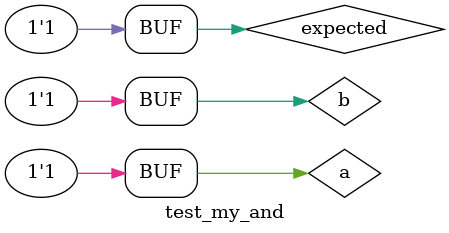
<source format=v>
module test_my_and();
   reg a;
   reg b;
   reg expected;
   
   wire c;

   my_and  u1(c, a, b);

   initial 
     begin
	a = 0;
	b = 0;
	expected = 0;

	#1 a = 0;
	b = 1;
	expected = 0;
	
	#1 a = 1;
	b = 0;
	expected = 0;
	
	#1 a = 1;
	b = 1;
	expected = 1;
     end

   initial
     $monitor("my_and %d %b %b (%b %b)", $time, a, b, c, expected);
   
endmodule

</source>
